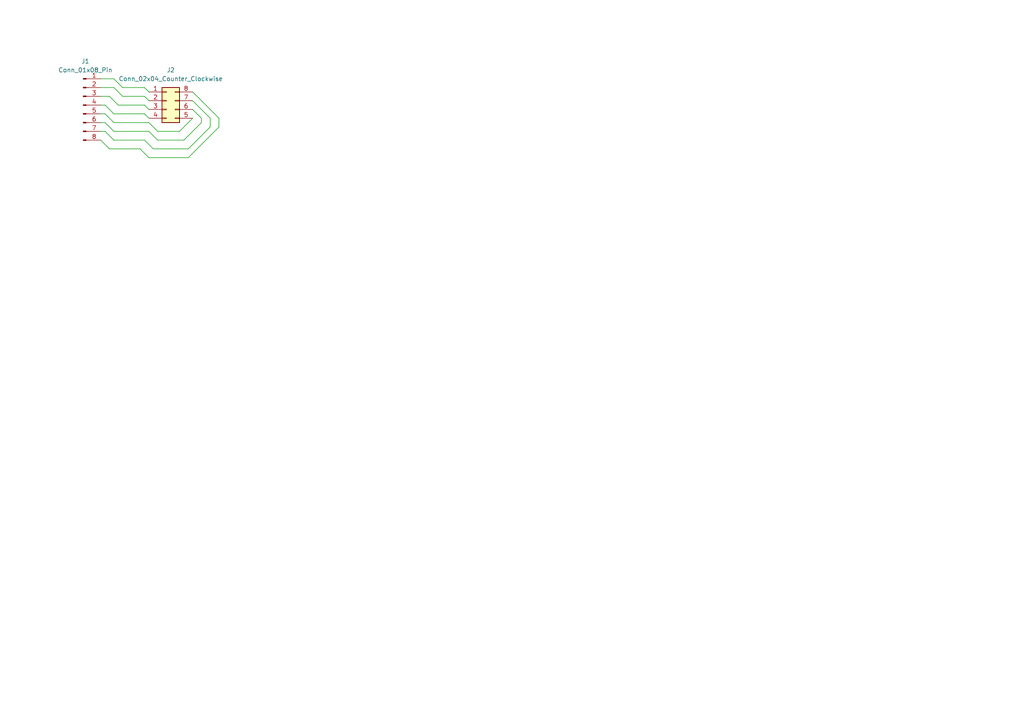
<source format=kicad_sch>
(kicad_sch (version 20250114) (generator "eeschema") (generator_version "9.0")
  (paper "A4")
  (lib_symbols
    (symbol "Connector:Conn_01x08_Pin" (pin_names (offset 1.016) (hide yes))
      (property "Reference" "J" (at 0 10.16 0))
      (property "Value" "Conn_01x08_Pin" (at 0 -12.7 0))
      (symbol "Conn_01x08_Pin_1_1"
        (rectangle (start 0.8636 7.747) (end 0 7.493) (stroke (width 0.1524)) (fill (type outline)))
        (rectangle (start 0.8636 5.207) (end 0 4.953) (stroke (width 0.1524)) (fill (type outline)))
        (rectangle (start 0.8636 2.667) (end 0 2.413) (stroke (width 0.1524)) (fill (type outline)))
        (rectangle (start 0.8636 0.127) (end 0 -0.127) (stroke (width 0.1524)) (fill (type outline)))
        (rectangle (start 0.8636 -2.413) (end 0 -2.667) (stroke (width 0.1524)) (fill (type outline)))
        (rectangle (start 0.8636 -4.953) (end 0 -5.207) (stroke (width 0.1524)) (fill (type outline)))
        (rectangle (start 0.8636 -7.493) (end 0 -7.747) (stroke (width 0.1524)) (fill (type outline)))
        (rectangle (start 0.8636 -10.033) (end 0 -10.287) (stroke (width 0.1524)) (fill (type outline)))
        (polyline (pts (xy 1.27 7.62) (xy 0.8636 7.62)) (stroke (width 0.1524)))
        (polyline (pts (xy 1.27 5.08) (xy 0.8636 5.08)) (stroke (width 0.1524)))
        (polyline (pts (xy 1.27 2.54) (xy 0.8636 2.54)) (stroke (width 0.1524)))
        (polyline (pts (xy 1.27 0) (xy 0.8636 0)) (stroke (width 0.1524)))
        (polyline (pts (xy 1.27 -2.54) (xy 0.8636 -2.54)) (stroke (width 0.1524)))
        (polyline (pts (xy 1.27 -5.08) (xy 0.8636 -5.08)) (stroke (width 0.1524)))
        (polyline (pts (xy 1.27 -7.62) (xy 0.8636 -7.62)) (stroke (width 0.1524)))
        (polyline (pts (xy 1.27 -10.16) (xy 0.8636 -10.16)) (stroke (width 0.1524)))
        (pin passive line (at 5.08 7.62 180) (length 3.81) (name "Pin_1") (number "1"))
        (pin passive line (at 5.08 5.08 180) (length 3.81) (name "Pin_2") (number "2"))
        (pin passive line (at 5.08 2.54 180) (length 3.81) (name "Pin_3") (number "3"))
        (pin passive line (at 5.08 0 180) (length 3.81) (name "Pin_4") (number "4"))
        (pin passive line (at 5.08 -2.54 180) (length 3.81) (name "Pin_5") (number "5"))
        (pin passive line (at 5.08 -5.08 180) (length 3.81) (name "Pin_6") (number "6"))
        (pin passive line (at 5.08 -7.62 180) (length 3.81) (name "Pin_7") (number "7"))
        (pin passive line (at 5.08 -10.16 180) (length 3.81) (name "Pin_8") (number "8"))
      )
    )
    (symbol "Connector_Generic:Conn_02x04_Counter_Clockwise" (pin_names (offset 1.016) (hide yes))
      (property "Reference" "J" (at 1.27 5.08 0))
      (property "Value" "Conn_02x04_Counter_Clockwise" (at 1.27 -7.62 0))
      (symbol "Conn_02x04_Counter_Clockwise_1_1"
        (rectangle (start -1.27 3.81) (end 3.81 -6.35) (stroke (width 0.254)) (fill (type background)))
        (rectangle (start -1.27 2.667) (end 0 2.413) (stroke (width 0.1524)))
        (rectangle (start -1.27 0.127) (end 0 -0.127) (stroke (width 0.1524)))
        (rectangle (start -1.27 -2.413) (end 0 -2.667) (stroke (width 0.1524)))
        (rectangle (start -1.27 -4.953) (end 0 -5.207) (stroke (width 0.1524)))
        (rectangle (start 3.81 2.667) (end 2.54 2.413) (stroke (width 0.1524)))
        (rectangle (start 3.81 0.127) (end 2.54 -0.127) (stroke (width 0.1524)))
        (rectangle (start 3.81 -2.413) (end 2.54 -2.667) (stroke (width 0.1524)))
        (rectangle (start 3.81 -4.953) (end 2.54 -5.207) (stroke (width 0.1524)))
        (pin passive line (at -5.08 2.54 0) (length 3.81) (name "Pin_1") (number "1"))
        (pin passive line (at -5.08 0 0) (length 3.81) (name "Pin_2") (number "2"))
        (pin passive line (at -5.08 -2.54 0) (length 3.81) (name "Pin_3") (number "3"))
        (pin passive line (at -5.08 -5.08 0) (length 3.81) (name "Pin_4") (number "4"))
        (pin passive line (at 7.62 2.54 180) (length 3.81) (name "Pin_8") (number "8"))
        (pin passive line (at 7.62 0 180) (length 3.81) (name "Pin_7") (number "7"))
        (pin passive line (at 7.62 -2.54 180) (length 3.81) (name "Pin_6") (number "6"))
        (pin passive line (at 7.62 -5.08 180) (length 3.81) (name "Pin_5") (number "5"))
      )
    )
  )
  (wire (pts (xy 60.96 34.29) (xy 55.88 29.21)))
  (wire (pts (xy 33.02 40.64) (xy 41.91 40.64)))
  (wire (pts (xy 45.72 38.1) (xy 52.07 38.1)))
  (wire (pts (xy 33.02 33.02) (xy 41.91 33.02)))
  (wire (pts (xy 29.21 30.48) (xy 30.48 30.48)))
  (wire (pts (xy 54.61 43.18) (xy 60.96 36.83)))
  (wire (pts (xy 63.5 34.29) (xy 55.88 26.67)))
  (wire (pts (xy 35.56 27.94) (xy 41.91 27.94)))
  (wire (pts (xy 41.91 33.02) (xy 43.18 34.29)))
  (wire (pts (xy 29.21 40.64) (xy 31.75 43.18)))
  (wire (pts (xy 60.96 36.83) (xy 60.96 34.29)))
  (wire (pts (xy 35.56 25.4) (xy 41.91 25.4)))
  (wire (pts (xy 29.21 38.1) (xy 30.48 38.1)))
  (wire (pts (xy 40.64 43.18) (xy 43.18 45.72)))
  (wire (pts (xy 31.75 27.94) (xy 34.29 30.48)))
  (wire (pts (xy 43.18 38.1) (xy 45.72 40.64)))
  (wire (pts (xy 33.02 35.56) (xy 43.18 35.56)))
  (wire (pts (xy 33.02 25.4) (xy 35.56 27.94)))
  (wire (pts (xy 44.45 43.18) (xy 54.61 43.18)))
  (wire (pts (xy 41.91 30.48) (xy 43.18 31.75)))
  (wire (pts (xy 30.48 35.56) (xy 33.02 38.1)))
  (wire (pts (xy 29.21 27.94) (xy 31.75 27.94)))
  (wire (pts (xy 30.48 38.1) (xy 33.02 40.64)))
  (wire (pts (xy 41.91 40.64) (xy 44.45 43.18)))
  (wire (pts (xy 43.18 45.72) (xy 54.61 45.72)))
  (wire (pts (xy 63.5 36.83) (xy 63.5 34.29)))
  (wire (pts (xy 30.48 30.48) (xy 33.02 33.02)))
  (wire (pts (xy 29.21 25.4) (xy 33.02 25.4)))
  (wire (pts (xy 54.61 45.72) (xy 63.5 36.83)))
  (wire (pts (xy 45.72 40.64) (xy 53.34 40.64)))
  (wire (pts (xy 41.91 27.94) (xy 43.18 29.21)))
  (wire (pts (xy 41.91 25.4) (xy 43.18 26.67)))
  (wire (pts (xy 33.02 38.1) (xy 43.18 38.1)))
  (wire (pts (xy 31.75 43.18) (xy 40.64 43.18)))
  (wire (pts (xy 58.42 34.29) (xy 55.88 31.75)))
  (wire (pts (xy 34.29 30.48) (xy 41.91 30.48)))
  (wire (pts (xy 29.21 33.02) (xy 30.48 33.02)))
  (wire (pts (xy 43.18 35.56) (xy 45.72 38.1)))
  (wire (pts (xy 29.21 22.86) (xy 33.02 22.86)))
  (wire (pts (xy 30.48 33.02) (xy 33.02 35.56)))
  (wire (pts (xy 29.21 35.56) (xy 30.48 35.56)))
  (wire (pts (xy 53.34 40.64) (xy 58.42 35.56)))
  (wire (pts (xy 33.02 22.86) (xy 35.56 25.4)))
  (wire (pts (xy 52.07 38.1) (xy 55.88 34.29)))
  (wire (pts (xy 58.42 35.56) (xy 58.42 34.29)))
  (symbol (lib_id "Connector:Conn_01x08_Pin") (at 24.13 30.48 0) (unit 1)
    (property "Reference" "J1" (at 24.765 17.78 0))
    (property "Value" "Conn_01x08_Pin" (at 24.765 20.32 0))
    (property "Footprint" "Library:1x08GHLPNeck" (effects (hide yes)))
    (property "Description" "Generic connector, single row, 01x08, script generated" (effects (hide yes)))
  )
  (symbol (lib_id "Connector_Generic:Conn_02x04_Counter_Clockwise") (at 48.26 29.21 0) (unit 1)
    (property "Reference" "J2" (at 49.53 20.32 0))
    (property "Value" "Conn_02x04_Counter_Clockwise" (at 49.53 22.86 0))
    (property "Footprint" "Library:PinHeader_2x04_P2.54mm_Vertical_Jank" (effects (hide yes)))
    (property "Description" "Generic connector, double row, 02x04, counter clockwise pin numbering scheme (similar to DIP package numbering), script generated (kicad-library-utils/schlib/autogen/connector/)" (effects (hide yes)))
  )
)
</source>
